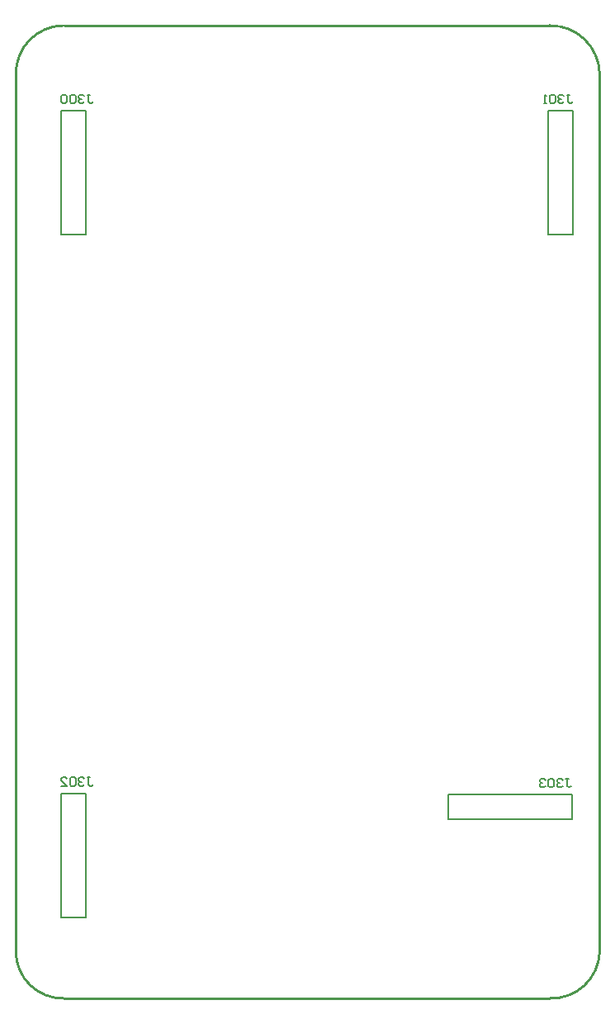
<source format=gbo>
G04*
G04 #@! TF.GenerationSoftware,Altium Limited,Altium Designer,22.6.1 (34)*
G04*
G04 Layer_Color=32896*
%FSLAX25Y25*%
%MOIN*%
G70*
G04*
G04 #@! TF.SameCoordinates,F07FD183-076F-48D4-B815-8826F00F65DA*
G04*
G04*
G04 #@! TF.FilePolarity,Positive*
G04*
G01*
G75*
%ADD11C,0.00600*%
%ADD12C,0.00787*%
%ADD13C,0.01000*%
%ADD44C,0.00800*%
D11*
X222421Y89716D02*
X223587D01*
X223004D01*
Y86800D01*
X223587Y86217D01*
X224171D01*
X224754Y86800D01*
X221255Y89133D02*
X220672Y89716D01*
X219505D01*
X218922Y89133D01*
Y88550D01*
X219505Y87967D01*
X220089D01*
X219505D01*
X218922Y87384D01*
Y86800D01*
X219505Y86217D01*
X220672D01*
X221255Y86800D01*
X217756Y89133D02*
X217173Y89716D01*
X216006D01*
X215423Y89133D01*
Y86800D01*
X216006Y86217D01*
X217173D01*
X217756Y86800D01*
Y89133D01*
X214257D02*
X213674Y89716D01*
X212508D01*
X211925Y89133D01*
Y88550D01*
X212508Y87967D01*
X213091D01*
X212508D01*
X211925Y87384D01*
Y86800D01*
X212508Y86217D01*
X213674D01*
X214257Y86800D01*
X29321Y90216D02*
X30487D01*
X29904D01*
Y87300D01*
X30487Y86717D01*
X31071D01*
X31654Y87300D01*
X28155Y89633D02*
X27572Y90216D01*
X26405D01*
X25822Y89633D01*
Y89050D01*
X26405Y88467D01*
X26989D01*
X26405D01*
X25822Y87884D01*
Y87300D01*
X26405Y86717D01*
X27572D01*
X28155Y87300D01*
X24656Y89633D02*
X24073Y90216D01*
X22907D01*
X22323Y89633D01*
Y87300D01*
X22907Y86717D01*
X24073D01*
X24656Y87300D01*
Y89633D01*
X18824Y86717D02*
X21157D01*
X18824Y89050D01*
Y89633D01*
X19408Y90216D01*
X20574D01*
X21157Y89633D01*
X222921Y365816D02*
X224087D01*
X223504D01*
Y362900D01*
X224087Y362317D01*
X224671D01*
X225254Y362900D01*
X221755Y365233D02*
X221172Y365816D01*
X220005D01*
X219422Y365233D01*
Y364650D01*
X220005Y364067D01*
X220588D01*
X220005D01*
X219422Y363484D01*
Y362900D01*
X220005Y362317D01*
X221172D01*
X221755Y362900D01*
X218256Y365233D02*
X217673Y365816D01*
X216507D01*
X215923Y365233D01*
Y362900D01*
X216507Y362317D01*
X217673D01*
X218256Y362900D01*
Y365233D01*
X214757Y362317D02*
X213591D01*
X214174D01*
Y365816D01*
X214757Y365233D01*
X29321Y365816D02*
X30487D01*
X29904D01*
Y362900D01*
X30487Y362317D01*
X31071D01*
X31654Y362900D01*
X28155Y365233D02*
X27572Y365816D01*
X26405D01*
X25822Y365233D01*
Y364650D01*
X26405Y364067D01*
X26989D01*
X26405D01*
X25822Y363484D01*
Y362900D01*
X26405Y362317D01*
X27572D01*
X28155Y362900D01*
X24656Y365233D02*
X24073Y365816D01*
X22907D01*
X22323Y365233D01*
Y362900D01*
X22907Y362317D01*
X24073D01*
X24656Y362900D01*
Y365233D01*
X21157D02*
X20574Y365816D01*
X19408D01*
X18824Y365233D01*
Y362900D01*
X19408Y362317D01*
X20574D01*
X21157Y362900D01*
Y365233D01*
D12*
X224961Y73228D02*
Y83228D01*
X179961D02*
X224961D01*
X179961Y73228D02*
X224961D01*
X28622Y38740D02*
Y83740D01*
X18622Y38740D02*
Y83740D01*
X28622D01*
X225472Y314331D02*
Y359331D01*
X215472Y314331D02*
Y359331D01*
X225472D01*
X28622Y314331D02*
Y359331D01*
X18622Y314331D02*
Y359331D01*
X28622D01*
D13*
X19685Y393701D02*
G03*
X500Y374016I250J-19435D01*
G01*
X236221D02*
G03*
X216035Y393701I-19935J-250D01*
G01*
Y1000D02*
G03*
X236221Y19685I750J19435D01*
G01*
X500D02*
G03*
X19685Y1000I18935J250D01*
G01*
X236221Y19685D02*
Y374016D01*
X19685Y1000D02*
X19685D01*
X216035D01*
X20000Y393701D02*
X216035D01*
X500Y19685D02*
Y374016D01*
D44*
X174961Y73228D02*
Y83228D01*
X179961D01*
X174961Y73228D02*
X179961D01*
X28622Y33740D02*
Y38740D01*
X18622Y33740D02*
Y38740D01*
Y33740D02*
X28622D01*
X225472Y309331D02*
Y314331D01*
X215472Y309331D02*
Y314331D01*
Y309331D02*
X225472D01*
X28622D02*
Y314331D01*
X18622Y309331D02*
Y314331D01*
Y309331D02*
X28622D01*
M02*

</source>
